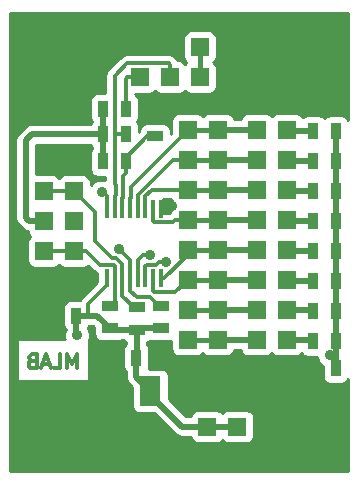
<source format=gbr>
G04 #@! TF.FileFunction,Copper,L2,Bot,Signal*
%FSLAX46Y46*%
G04 Gerber Fmt 4.6, Leading zero omitted, Abs format (unit mm)*
G04 Created by KiCad (PCBNEW 0.201505041002+5641~23~ubuntu14.04.1-product) date St 6. květen 2015, 01:30:27 CEST*
%MOMM*%
G01*
G04 APERTURE LIST*
%ADD10C,0.300000*%
%ADD11R,1.524000X1.524000*%
%ADD12R,0.889000X1.397000*%
%ADD13C,6.000000*%
%ADD14R,0.450000X1.500000*%
%ADD15R,1.397000X0.889000*%
%ADD16R,1.800860X2.499360*%
%ADD17C,0.889000*%
%ADD18C,0.500000*%
%ADD19C,0.400000*%
%ADD20C,0.254000*%
G04 APERTURE END LIST*
D10*
X6572000Y9617143D02*
X6572000Y10817143D01*
X6172000Y9960000D01*
X5772000Y10817143D01*
X5772000Y9617143D01*
X4629142Y9617143D02*
X5200571Y9617143D01*
X5200571Y10817143D01*
X4286285Y9960000D02*
X3714856Y9960000D01*
X4400570Y9617143D02*
X4000570Y10817143D01*
X3600570Y9617143D01*
X2800571Y10245714D02*
X2629142Y10188571D01*
X2571999Y10131429D01*
X2514856Y10017143D01*
X2514856Y9845714D01*
X2571999Y9731429D01*
X2629142Y9674286D01*
X2743428Y9617143D01*
X3200571Y9617143D01*
X3200571Y10817143D01*
X2800571Y10817143D01*
X2686285Y10760000D01*
X2629142Y10702857D01*
X2571999Y10588571D01*
X2571999Y10474286D01*
X2629142Y10360000D01*
X2686285Y10302857D01*
X2800571Y10245714D01*
X3200571Y10245714D01*
D11*
X20193000Y2159000D03*
X17653000Y2159000D03*
X20193000Y4699000D03*
X17653000Y4699000D03*
X20193000Y7239000D03*
X17653000Y7239000D03*
X21844000Y27305000D03*
X24384000Y27305000D03*
D12*
X11620500Y10541000D03*
X9715500Y10541000D03*
D13*
X25400000Y35560000D03*
D14*
X9155000Y23143000D03*
X9805000Y23143000D03*
X10455000Y23143000D03*
X11105000Y23143000D03*
X11755000Y23143000D03*
X12405000Y23143000D03*
X13055000Y23143000D03*
X13705000Y23143000D03*
X13705000Y17243000D03*
X13055000Y17243000D03*
X12405000Y17243000D03*
X11755000Y17243000D03*
X11105000Y17243000D03*
X10455000Y17243000D03*
X9805000Y17243000D03*
X9155000Y17243000D03*
D12*
X28511500Y11938000D03*
X26606500Y11938000D03*
X28511500Y14478000D03*
X26606500Y14478000D03*
X28511500Y17018000D03*
X26606500Y17018000D03*
X28511500Y19558000D03*
X26606500Y19558000D03*
X28511500Y22098000D03*
X26606500Y22098000D03*
X28511500Y24638000D03*
X26606500Y24638000D03*
X28511500Y27178000D03*
X26606500Y27178000D03*
X28511500Y29718000D03*
X26606500Y29718000D03*
D15*
X9398000Y13017500D03*
X9398000Y14922500D03*
X13716000Y13017500D03*
X13716000Y14922500D03*
X11684000Y12890500D03*
X11684000Y14795500D03*
X13208000Y29273500D03*
X13208000Y31178500D03*
D12*
X8826500Y27178000D03*
X10731500Y27178000D03*
X8826500Y29464000D03*
X10731500Y29464000D03*
X8826500Y31623000D03*
X10731500Y31623000D03*
D13*
X5080000Y35560000D03*
X25400000Y5080000D03*
X5080000Y5080000D03*
D11*
X16002000Y12065000D03*
X18542000Y12065000D03*
X16002000Y14605000D03*
X18542000Y14605000D03*
X16002000Y17145000D03*
X18542000Y17145000D03*
X16002000Y19685000D03*
X18542000Y19685000D03*
X16002000Y22225000D03*
X18542000Y22225000D03*
X16002000Y24765000D03*
X18542000Y24765000D03*
X16002000Y27305000D03*
X18542000Y27305000D03*
X16002000Y29845000D03*
X18542000Y29845000D03*
X21844000Y12065000D03*
X24384000Y12065000D03*
X21844000Y14605000D03*
X24384000Y14605000D03*
X21844000Y17145000D03*
X24384000Y17145000D03*
X21844000Y19685000D03*
X24384000Y19685000D03*
X21844000Y22225000D03*
X24384000Y22225000D03*
X21844000Y24765000D03*
X24384000Y24765000D03*
X21844000Y29845000D03*
X24384000Y29845000D03*
X17018000Y34290000D03*
X17018000Y36830000D03*
X6350000Y17018000D03*
X3810000Y17018000D03*
X6350000Y19558000D03*
X3810000Y19558000D03*
X6350000Y22098000D03*
X3810000Y22098000D03*
X6350000Y24638000D03*
X3810000Y24638000D03*
X6350000Y27178000D03*
X3810000Y27178000D03*
X14478000Y36830000D03*
X14478000Y34290000D03*
X11938000Y36830000D03*
X11938000Y34290000D03*
D16*
X12827000Y3716020D03*
X12827000Y7713980D03*
D12*
X28511500Y9652000D03*
X26606500Y9652000D03*
X6540500Y14097000D03*
X4635500Y14097000D03*
D17*
X28041606Y10718800D03*
X6604000Y12446000D03*
X14681199Y23406101D03*
X8686800Y24536400D03*
X10166020Y19766816D03*
X14152542Y18655114D03*
X12823585Y19245521D03*
D18*
X28486105Y10274301D02*
X28041606Y10718800D01*
X28511500Y10248906D02*
X28486105Y10274301D01*
X28511500Y9652000D02*
X28511500Y10248906D01*
X20193000Y4699000D02*
X17653000Y4699000D01*
X12827000Y7713980D02*
X12827000Y7364730D01*
X12827000Y7364730D02*
X15492730Y4699000D01*
X15492730Y4699000D02*
X16391000Y4699000D01*
X16391000Y4699000D02*
X17653000Y4699000D01*
X11620500Y10541000D02*
X11620500Y8920480D01*
X11620500Y8920480D02*
X12827000Y7713980D01*
X11684000Y12890500D02*
X11684000Y10604500D01*
X11684000Y10604500D02*
X11620500Y10541000D01*
X11811000Y13017500D02*
X11684000Y12890500D01*
X13716000Y13017500D02*
X11811000Y13017500D01*
X9525000Y12890500D02*
X9398000Y13017500D01*
X11684000Y12890500D02*
X9525000Y12890500D01*
X8318500Y14097000D02*
X9398000Y13017500D01*
D10*
X9155000Y16718000D02*
X7554902Y15117902D01*
X9155000Y17243000D02*
X9155000Y16718000D01*
X7554902Y15117902D02*
X7554902Y14097000D01*
D18*
X7554902Y14097000D02*
X8318500Y14097000D01*
X6540500Y14097000D02*
X7554902Y14097000D01*
X28712226Y9451274D02*
X28511500Y9652000D01*
X28511500Y9652000D02*
X28511500Y11938000D01*
X28511500Y14478000D02*
X28511500Y11938000D01*
X28511500Y14478000D02*
X28511500Y17018000D01*
X28511500Y17018000D02*
X28511500Y19558000D01*
X28511500Y19558000D02*
X28511500Y22098000D01*
X28511500Y22098000D02*
X28511500Y24638000D01*
X28511500Y24638000D02*
X28511500Y27178000D01*
X28511500Y29718000D02*
X28511500Y27178000D01*
X6540500Y12509500D02*
X6604000Y12446000D01*
X6540500Y14097000D02*
X6540500Y12509500D01*
X2548000Y22098000D02*
X2286000Y22360000D01*
X3810000Y22098000D02*
X2548000Y22098000D01*
X2286000Y22360000D02*
X2286000Y28956000D01*
X2794000Y29464000D02*
X8826500Y29464000D01*
X2286000Y28956000D02*
X2794000Y29464000D01*
X8826500Y29464000D02*
X8826500Y31623000D01*
X8826500Y29464000D02*
X8826500Y27178000D01*
D19*
X26606500Y9652000D02*
X26606500Y8553500D01*
X26606500Y8553500D02*
X25400000Y7347000D01*
X25400000Y7347000D02*
X25400000Y5080000D01*
D10*
X14418098Y23143000D02*
X14681199Y23406101D01*
X13705000Y23143000D02*
X14418098Y23143000D01*
X8811600Y24536400D02*
X8686800Y24536400D01*
X9155000Y24193000D02*
X8811600Y24536400D01*
X9155000Y23143000D02*
X9155000Y24193000D01*
X10731500Y34145500D02*
X10876000Y34290000D01*
X10876000Y34290000D02*
X11938000Y34290000D01*
X10731500Y31623000D02*
X10731500Y34145500D01*
X9805000Y23143000D02*
X9825999Y23163999D01*
X9921989Y25115793D02*
X9805000Y25232782D01*
X9825999Y24216201D02*
X9921989Y24312191D01*
X9805000Y25232782D02*
X9805000Y29504784D01*
X9825999Y23163999D02*
X9825999Y24216201D01*
X9921989Y24312191D02*
X9921989Y25115793D01*
X10852799Y35456001D02*
X9805000Y34408202D01*
X14373999Y35456001D02*
X10852799Y35456001D01*
X14478000Y35352000D02*
X14373999Y35456001D01*
X14478000Y34290000D02*
X14478000Y35352000D01*
X9845784Y29464000D02*
X9805000Y29504784D01*
X10731500Y29464000D02*
X9845784Y29464000D01*
X9805000Y34408202D02*
X9805000Y29504784D01*
X8572999Y18397001D02*
X7412000Y19558000D01*
X9700999Y18397001D02*
X8572999Y18397001D01*
X9805000Y17243000D02*
X9805000Y18293000D01*
X7412000Y19558000D02*
X6350000Y19558000D01*
X9805000Y18293000D02*
X9700999Y18397001D01*
X9805000Y15329500D02*
X9805000Y17243000D01*
X9398000Y14922500D02*
X9805000Y15329500D01*
X6350000Y19558000D02*
X3810000Y19558000D01*
X8128000Y22860000D02*
X6350000Y24638000D01*
X9562007Y18951011D02*
X8128000Y20385018D01*
X10455000Y18428690D02*
X9932679Y18951011D01*
X10455000Y17243000D02*
X10455000Y18428690D01*
X8128000Y20385018D02*
X8128000Y22860000D01*
X9932679Y18951011D02*
X9562007Y18951011D01*
X11430000Y14795500D02*
X11684000Y14795500D01*
X10455000Y15770500D02*
X11430000Y14795500D01*
X10455000Y17243000D02*
X10455000Y15770500D01*
X6350000Y24638000D02*
X3810000Y24638000D01*
X10610519Y19322317D02*
X10166020Y19766816D01*
X11105000Y18827836D02*
X10610519Y19322317D01*
X11105000Y17243000D02*
X11105000Y18827836D01*
X13539810Y14922500D02*
X13716000Y14922500D01*
X12818309Y15644001D02*
X13539810Y14922500D01*
X11653999Y15644001D02*
X12818309Y15644001D01*
X11105000Y16193000D02*
X11653999Y15644001D01*
X11105000Y17243000D02*
X11105000Y16193000D01*
D19*
X17018000Y34290000D02*
X17018000Y36830000D01*
D10*
X11105000Y23143000D02*
X11105000Y24021203D01*
X11151320Y24994320D02*
X16002000Y29845000D01*
X11151320Y24067523D02*
X11151320Y24994320D01*
X11105000Y24021203D02*
X11151320Y24067523D01*
D19*
X18542000Y29845000D02*
X16002000Y29845000D01*
D18*
X18542000Y29845000D02*
X21844000Y29845000D01*
X24511000Y29718000D02*
X24384000Y29845000D01*
X26606500Y29718000D02*
X24511000Y29718000D01*
D10*
X11755000Y23143000D02*
X11755000Y24328690D01*
X14940000Y27305000D02*
X16002000Y27305000D01*
X11755000Y24328690D02*
X14731310Y27305000D01*
X14731310Y27305000D02*
X14940000Y27305000D01*
D19*
X18542000Y27305000D02*
X16002000Y27305000D01*
D18*
X18542000Y27305000D02*
X21844000Y27305000D01*
X24511000Y27178000D02*
X24384000Y27305000D01*
X26606500Y27178000D02*
X24511000Y27178000D01*
D10*
X14940000Y24765000D02*
X16002000Y24765000D01*
X12977000Y24765000D02*
X14940000Y24765000D01*
X12405000Y23143000D02*
X12405000Y24193000D01*
X12405000Y24193000D02*
X12977000Y24765000D01*
D19*
X18542000Y24765000D02*
X16002000Y24765000D01*
D18*
X18542000Y24765000D02*
X21844000Y24765000D01*
X24511000Y24638000D02*
X24384000Y24765000D01*
X26606500Y24638000D02*
X24511000Y24638000D01*
D19*
X18542000Y22225000D02*
X16002000Y22225000D01*
D10*
X14940000Y22225000D02*
X16002000Y22225000D01*
X14703999Y21988999D02*
X14940000Y22225000D01*
X13159001Y21988999D02*
X14703999Y21988999D01*
X13055000Y22093000D02*
X13159001Y21988999D01*
X13055000Y23143000D02*
X13055000Y22093000D01*
D18*
X18542000Y22225000D02*
X21844000Y22225000D01*
X24511000Y22098000D02*
X24384000Y22225000D01*
X26606500Y22098000D02*
X24511000Y22098000D01*
D10*
X13984008Y17243000D02*
X16002000Y19260992D01*
X16002000Y19260992D02*
X16002000Y19685000D01*
X13705000Y17243000D02*
X13984008Y17243000D01*
D19*
X18542000Y19685000D02*
X16002000Y19685000D01*
D18*
X18542000Y19685000D02*
X21844000Y19685000D01*
X24511000Y19558000D02*
X24384000Y19685000D01*
X26606500Y19558000D02*
X24511000Y19558000D01*
D19*
X18542000Y17145000D02*
X16002000Y17145000D01*
D10*
X14945999Y16088999D02*
X16002000Y17145000D01*
X13156799Y16088999D02*
X14945999Y16088999D01*
X13055000Y16190798D02*
X13156799Y16088999D01*
X13055000Y17243000D02*
X13055000Y16190798D01*
D18*
X18542000Y17145000D02*
X21844000Y17145000D01*
X24511000Y17018000D02*
X24384000Y17145000D01*
X26606500Y17018000D02*
X24511000Y17018000D01*
D10*
X13523925Y18655114D02*
X14152542Y18655114D01*
X13265812Y18397001D02*
X13523925Y18655114D01*
X12405000Y18293000D02*
X12509001Y18397001D01*
X12405000Y17243000D02*
X12405000Y18293000D01*
X12509001Y18397001D02*
X13265812Y18397001D01*
D19*
X18542000Y14605000D02*
X16002000Y14605000D01*
D18*
X18542000Y14605000D02*
X21844000Y14605000D01*
X26479500Y14605000D02*
X26606500Y14478000D01*
X24384000Y14605000D02*
X26479500Y14605000D01*
D10*
X12194968Y19245521D02*
X12823585Y19245521D01*
X11755000Y17243000D02*
X11755000Y18805553D01*
X11755000Y18805553D02*
X12194968Y19245521D01*
D19*
X18542000Y12065000D02*
X16002000Y12065000D01*
D18*
X18542000Y12065000D02*
X21844000Y12065000D01*
X26479500Y12065000D02*
X26606500Y11938000D01*
X24384000Y12065000D02*
X26479500Y12065000D01*
D10*
X10490962Y25938962D02*
X10731500Y26179500D01*
X10490962Y24067523D02*
X10490962Y25938962D01*
X10731500Y26179500D02*
X10731500Y27178000D01*
X10455000Y24031561D02*
X10490962Y24067523D01*
X10455000Y23143000D02*
X10455000Y24031561D01*
X12573000Y29273500D02*
X13208000Y29273500D01*
X10731500Y27432000D02*
X12573000Y29273500D01*
X10731500Y27178000D02*
X10731500Y27432000D01*
D20*
G36*
X9020000Y25566909D02*
X8902468Y25615713D01*
X8473016Y25616087D01*
X8076111Y25452089D01*
X7772178Y25148686D01*
X7759440Y25118010D01*
X7759440Y25400000D01*
X7712463Y25642123D01*
X7572673Y25854927D01*
X7361640Y25997377D01*
X7112000Y26047440D01*
X5588000Y26047440D01*
X5345877Y26000463D01*
X5133073Y25860673D01*
X5080277Y25782459D01*
X5032673Y25854927D01*
X4821640Y25997377D01*
X4572000Y26047440D01*
X3171000Y26047440D01*
X3171000Y28579000D01*
X7770744Y28579000D01*
X7781537Y28523377D01*
X7915305Y28319740D01*
X7784623Y28126140D01*
X7734560Y27876500D01*
X7734560Y26479500D01*
X7781537Y26237377D01*
X7921327Y26024573D01*
X8132360Y25882123D01*
X8382000Y25832060D01*
X9020000Y25832060D01*
X9020000Y25566909D01*
X9020000Y25566909D01*
G37*
X9020000Y25566909D02*
X8902468Y25615713D01*
X8473016Y25616087D01*
X8076111Y25452089D01*
X7772178Y25148686D01*
X7759440Y25118010D01*
X7759440Y25400000D01*
X7712463Y25642123D01*
X7572673Y25854927D01*
X7361640Y25997377D01*
X7112000Y26047440D01*
X5588000Y26047440D01*
X5345877Y26000463D01*
X5133073Y25860673D01*
X5080277Y25782459D01*
X5032673Y25854927D01*
X4821640Y25997377D01*
X4572000Y26047440D01*
X3171000Y26047440D01*
X3171000Y28579000D01*
X7770744Y28579000D01*
X7781537Y28523377D01*
X7915305Y28319740D01*
X7784623Y28126140D01*
X7734560Y27876500D01*
X7734560Y26479500D01*
X7781537Y26237377D01*
X7921327Y26024573D01*
X8132360Y25882123D01*
X8382000Y25832060D01*
X9020000Y25832060D01*
X9020000Y25566909D01*
G36*
X14857541Y23495278D02*
X14785073Y23447673D01*
X14642623Y23236640D01*
X14592560Y22987000D01*
X14592560Y22918819D01*
X14384921Y22780079D01*
X14378841Y22773999D01*
X13927440Y22773999D01*
X13927440Y23893000D01*
X13910560Y23980000D01*
X14597022Y23980000D01*
X14639537Y23760877D01*
X14779327Y23548073D01*
X14857541Y23495278D01*
X14857541Y23495278D01*
G37*
X14857541Y23495278D02*
X14785073Y23447673D01*
X14642623Y23236640D01*
X14592560Y22987000D01*
X14592560Y22918819D01*
X14384921Y22780079D01*
X14378841Y22773999D01*
X13927440Y22773999D01*
X13927440Y23893000D01*
X13910560Y23980000D01*
X14597022Y23980000D01*
X14639537Y23760877D01*
X14779327Y23548073D01*
X14857541Y23495278D01*
G36*
X29541000Y939000D02*
X939000Y939000D01*
X939000Y39701000D01*
X29541000Y39701000D01*
X29541000Y30682162D01*
X29416673Y30871427D01*
X29205640Y31013877D01*
X28956000Y31063940D01*
X28067000Y31063940D01*
X27824877Y31016963D01*
X27612073Y30877173D01*
X27559277Y30798959D01*
X27511673Y30871427D01*
X27300640Y31013877D01*
X27051000Y31063940D01*
X26162000Y31063940D01*
X25919877Y31016963D01*
X25721717Y30886794D01*
X25606673Y31061927D01*
X25395640Y31204377D01*
X25146000Y31254440D01*
X23622000Y31254440D01*
X23379877Y31207463D01*
X23167073Y31067673D01*
X23114277Y30989459D01*
X23066673Y31061927D01*
X22855640Y31204377D01*
X22606000Y31254440D01*
X21082000Y31254440D01*
X20839877Y31207463D01*
X20627073Y31067673D01*
X20484623Y30856640D01*
X20459226Y30730000D01*
X19927575Y30730000D01*
X19904463Y30849123D01*
X19764673Y31061927D01*
X19553640Y31204377D01*
X19304000Y31254440D01*
X17780000Y31254440D01*
X17537877Y31207463D01*
X17325073Y31067673D01*
X17272277Y30989459D01*
X17224673Y31061927D01*
X17013640Y31204377D01*
X16764000Y31254440D01*
X15240000Y31254440D01*
X14997877Y31207463D01*
X14785073Y31067673D01*
X14642623Y30856640D01*
X14592560Y30607000D01*
X14592560Y29545718D01*
X14553940Y29507098D01*
X14553940Y29718000D01*
X14506963Y29960123D01*
X14367173Y30172927D01*
X14156140Y30315377D01*
X13906500Y30365440D01*
X12509500Y30365440D01*
X12267377Y30318463D01*
X12054573Y30178673D01*
X11912123Y29967640D01*
X11862060Y29718000D01*
X11862060Y29672718D01*
X11823440Y29634098D01*
X11823440Y30162500D01*
X11776463Y30404623D01*
X11684974Y30543897D01*
X11773377Y30674860D01*
X11823440Y30924500D01*
X11823440Y32321500D01*
X11776463Y32563623D01*
X11636673Y32776427D01*
X11516500Y32857545D01*
X11516500Y32880560D01*
X12700000Y32880560D01*
X12942123Y32927537D01*
X13154927Y33067327D01*
X13207722Y33145542D01*
X13255327Y33073073D01*
X13466360Y32930623D01*
X13716000Y32880560D01*
X15240000Y32880560D01*
X15482123Y32927537D01*
X15694927Y33067327D01*
X15747722Y33145542D01*
X15795327Y33073073D01*
X16006360Y32930623D01*
X16256000Y32880560D01*
X17780000Y32880560D01*
X18022123Y32927537D01*
X18234927Y33067327D01*
X18377377Y33278360D01*
X18427440Y33528000D01*
X18427440Y35052000D01*
X18380463Y35294123D01*
X18240673Y35506927D01*
X18162458Y35559723D01*
X18234927Y35607327D01*
X18377377Y35818360D01*
X18427440Y36068000D01*
X18427440Y37592000D01*
X18380463Y37834123D01*
X18240673Y38046927D01*
X18029640Y38189377D01*
X17780000Y38239440D01*
X16256000Y38239440D01*
X16013877Y38192463D01*
X15801073Y38052673D01*
X15658623Y37841640D01*
X15608560Y37592000D01*
X15608560Y36068000D01*
X15655537Y35825877D01*
X15795327Y35613073D01*
X15873541Y35560278D01*
X15801073Y35512673D01*
X15748277Y35434459D01*
X15700673Y35506927D01*
X15489640Y35649377D01*
X15240000Y35699440D01*
X15171818Y35699440D01*
X15033079Y35907079D01*
X14929078Y36011080D01*
X14674406Y36181246D01*
X14373999Y36241001D01*
X10852804Y36241001D01*
X10852799Y36241002D01*
X10552393Y36181246D01*
X10297720Y36011080D01*
X9249921Y34963281D01*
X9079755Y34708609D01*
X9020000Y34408202D01*
X9020000Y32968940D01*
X8382000Y32968940D01*
X8139877Y32921963D01*
X7927073Y32782173D01*
X7784623Y32571140D01*
X7734560Y32321500D01*
X7734560Y30924500D01*
X7781537Y30682377D01*
X7873025Y30543104D01*
X7784623Y30412140D01*
X7771960Y30349000D01*
X2794000Y30349000D01*
X2455325Y30281633D01*
X2168210Y30089790D01*
X2168207Y30089787D01*
X1660210Y29581790D01*
X1468367Y29294675D01*
X1457189Y29238485D01*
X1400999Y28956000D01*
X1401000Y28955994D01*
X1401000Y22360006D01*
X1400999Y22360000D01*
X1457189Y22077516D01*
X1468367Y22021325D01*
X1660210Y21734210D01*
X1922207Y21472214D01*
X1922210Y21472210D01*
X1922211Y21472210D01*
X2209325Y21280367D01*
X2209326Y21280367D01*
X2265515Y21269190D01*
X2419463Y21238568D01*
X2419464Y21238567D01*
X2447537Y21093877D01*
X2587327Y20881073D01*
X2665541Y20828278D01*
X2593073Y20780673D01*
X2450623Y20569640D01*
X2400560Y20320000D01*
X2400560Y18796000D01*
X2447537Y18553877D01*
X2587327Y18341073D01*
X2798360Y18198623D01*
X3048000Y18148560D01*
X4572000Y18148560D01*
X4814123Y18195537D01*
X5026927Y18335327D01*
X5079722Y18413542D01*
X5127327Y18341073D01*
X5338360Y18198623D01*
X5588000Y18148560D01*
X7112000Y18148560D01*
X7354123Y18195537D01*
X7541330Y18318513D01*
X8017917Y17841926D01*
X8017920Y17841922D01*
X8017921Y17841922D01*
X8272593Y17671756D01*
X8282560Y17669774D01*
X8282560Y16955718D01*
X6999823Y15672981D01*
X6846114Y15442940D01*
X6096000Y15442940D01*
X5853877Y15395963D01*
X5641073Y15256173D01*
X5498623Y15045140D01*
X5448560Y14795500D01*
X5448560Y13398500D01*
X5495537Y13156377D01*
X5635327Y12943573D01*
X5640339Y12940190D01*
X5524687Y12661668D01*
X5524313Y12232216D01*
X5585141Y12085000D01*
X1501286Y12085000D01*
X1501286Y8535000D01*
X7642715Y8535000D01*
X7642715Y12085000D01*
X7622965Y12085000D01*
X7683313Y12230332D01*
X7683687Y12659784D01*
X7519867Y13056256D01*
X7582377Y13148860D01*
X7595039Y13212000D01*
X7951920Y13212000D01*
X8052060Y13111860D01*
X8052060Y12573000D01*
X8099037Y12330877D01*
X8238827Y12118073D01*
X8449860Y11975623D01*
X8699500Y11925560D01*
X10096500Y11925560D01*
X10338623Y11972537D01*
X10388802Y12005500D01*
X10515349Y12005500D01*
X10524827Y11991073D01*
X10735860Y11848623D01*
X10799000Y11835961D01*
X10799000Y11751363D01*
X10721073Y11700173D01*
X10578623Y11489140D01*
X10528560Y11239500D01*
X10528560Y9842500D01*
X10575537Y9600377D01*
X10715327Y9387573D01*
X10735500Y9373956D01*
X10735500Y8920486D01*
X10735499Y8920480D01*
X10791689Y8637996D01*
X10802867Y8581805D01*
X10994710Y8294690D01*
X11279130Y8010270D01*
X11279130Y6464300D01*
X11326107Y6222177D01*
X11465897Y6009373D01*
X11676930Y5866923D01*
X11926570Y5816860D01*
X13123290Y5816860D01*
X14866937Y4073214D01*
X14866940Y4073210D01*
X14866941Y4073210D01*
X15058784Y3945025D01*
X15154055Y3881367D01*
X15154056Y3881366D01*
X15492730Y3813999D01*
X15492730Y3814000D01*
X15492735Y3814000D01*
X16267424Y3814000D01*
X16290537Y3694877D01*
X16430327Y3482073D01*
X16641360Y3339623D01*
X16891000Y3289560D01*
X18415000Y3289560D01*
X18657123Y3336537D01*
X18869927Y3476327D01*
X18922722Y3554542D01*
X18970327Y3482073D01*
X19181360Y3339623D01*
X19431000Y3289560D01*
X20955000Y3289560D01*
X21197123Y3336537D01*
X21409927Y3476327D01*
X21552377Y3687360D01*
X21602440Y3937000D01*
X21602440Y5461000D01*
X21555463Y5703123D01*
X21415673Y5915927D01*
X21204640Y6058377D01*
X20955000Y6108440D01*
X19431000Y6108440D01*
X19188877Y6061463D01*
X18976073Y5921673D01*
X18923277Y5843459D01*
X18875673Y5915927D01*
X18664640Y6058377D01*
X18415000Y6108440D01*
X16891000Y6108440D01*
X16648877Y6061463D01*
X16436073Y5921673D01*
X16293623Y5710640D01*
X16268226Y5584000D01*
X15859309Y5584000D01*
X14374870Y7068439D01*
X14374870Y8963660D01*
X14327893Y9205783D01*
X14188103Y9418587D01*
X13977070Y9561037D01*
X13727430Y9611100D01*
X12666034Y9611100D01*
X12712440Y9842500D01*
X12712440Y11239500D01*
X12665463Y11481623D01*
X12569000Y11628469D01*
X12569000Y11834745D01*
X12624623Y11845537D01*
X12809838Y11967205D01*
X13017500Y11925560D01*
X14414500Y11925560D01*
X14592560Y11960108D01*
X14592560Y11303000D01*
X14639537Y11060877D01*
X14779327Y10848073D01*
X14990360Y10705623D01*
X15240000Y10655560D01*
X16764000Y10655560D01*
X17006123Y10702537D01*
X17218927Y10842327D01*
X17271722Y10920542D01*
X17319327Y10848073D01*
X17530360Y10705623D01*
X17780000Y10655560D01*
X19304000Y10655560D01*
X19546123Y10702537D01*
X19758927Y10842327D01*
X19901377Y11053360D01*
X19926773Y11180000D01*
X20458424Y11180000D01*
X20481537Y11060877D01*
X20621327Y10848073D01*
X20832360Y10705623D01*
X21082000Y10655560D01*
X22606000Y10655560D01*
X22848123Y10702537D01*
X23060927Y10842327D01*
X23113722Y10920542D01*
X23161327Y10848073D01*
X23372360Y10705623D01*
X23622000Y10655560D01*
X25146000Y10655560D01*
X25388123Y10702537D01*
X25600927Y10842327D01*
X25632582Y10889224D01*
X25701327Y10784573D01*
X25912360Y10642123D01*
X26162000Y10592060D01*
X26961994Y10592060D01*
X26961919Y10505016D01*
X27125917Y10108111D01*
X27419560Y9813955D01*
X27419560Y8953500D01*
X27466537Y8711377D01*
X27606327Y8498573D01*
X27817360Y8356123D01*
X28067000Y8306060D01*
X28956000Y8306060D01*
X29198123Y8353037D01*
X29410927Y8492827D01*
X29541000Y8685525D01*
X29541000Y939000D01*
X29541000Y939000D01*
G37*
X29541000Y939000D02*
X939000Y939000D01*
X939000Y39701000D01*
X29541000Y39701000D01*
X29541000Y30682162D01*
X29416673Y30871427D01*
X29205640Y31013877D01*
X28956000Y31063940D01*
X28067000Y31063940D01*
X27824877Y31016963D01*
X27612073Y30877173D01*
X27559277Y30798959D01*
X27511673Y30871427D01*
X27300640Y31013877D01*
X27051000Y31063940D01*
X26162000Y31063940D01*
X25919877Y31016963D01*
X25721717Y30886794D01*
X25606673Y31061927D01*
X25395640Y31204377D01*
X25146000Y31254440D01*
X23622000Y31254440D01*
X23379877Y31207463D01*
X23167073Y31067673D01*
X23114277Y30989459D01*
X23066673Y31061927D01*
X22855640Y31204377D01*
X22606000Y31254440D01*
X21082000Y31254440D01*
X20839877Y31207463D01*
X20627073Y31067673D01*
X20484623Y30856640D01*
X20459226Y30730000D01*
X19927575Y30730000D01*
X19904463Y30849123D01*
X19764673Y31061927D01*
X19553640Y31204377D01*
X19304000Y31254440D01*
X17780000Y31254440D01*
X17537877Y31207463D01*
X17325073Y31067673D01*
X17272277Y30989459D01*
X17224673Y31061927D01*
X17013640Y31204377D01*
X16764000Y31254440D01*
X15240000Y31254440D01*
X14997877Y31207463D01*
X14785073Y31067673D01*
X14642623Y30856640D01*
X14592560Y30607000D01*
X14592560Y29545718D01*
X14553940Y29507098D01*
X14553940Y29718000D01*
X14506963Y29960123D01*
X14367173Y30172927D01*
X14156140Y30315377D01*
X13906500Y30365440D01*
X12509500Y30365440D01*
X12267377Y30318463D01*
X12054573Y30178673D01*
X11912123Y29967640D01*
X11862060Y29718000D01*
X11862060Y29672718D01*
X11823440Y29634098D01*
X11823440Y30162500D01*
X11776463Y30404623D01*
X11684974Y30543897D01*
X11773377Y30674860D01*
X11823440Y30924500D01*
X11823440Y32321500D01*
X11776463Y32563623D01*
X11636673Y32776427D01*
X11516500Y32857545D01*
X11516500Y32880560D01*
X12700000Y32880560D01*
X12942123Y32927537D01*
X13154927Y33067327D01*
X13207722Y33145542D01*
X13255327Y33073073D01*
X13466360Y32930623D01*
X13716000Y32880560D01*
X15240000Y32880560D01*
X15482123Y32927537D01*
X15694927Y33067327D01*
X15747722Y33145542D01*
X15795327Y33073073D01*
X16006360Y32930623D01*
X16256000Y32880560D01*
X17780000Y32880560D01*
X18022123Y32927537D01*
X18234927Y33067327D01*
X18377377Y33278360D01*
X18427440Y33528000D01*
X18427440Y35052000D01*
X18380463Y35294123D01*
X18240673Y35506927D01*
X18162458Y35559723D01*
X18234927Y35607327D01*
X18377377Y35818360D01*
X18427440Y36068000D01*
X18427440Y37592000D01*
X18380463Y37834123D01*
X18240673Y38046927D01*
X18029640Y38189377D01*
X17780000Y38239440D01*
X16256000Y38239440D01*
X16013877Y38192463D01*
X15801073Y38052673D01*
X15658623Y37841640D01*
X15608560Y37592000D01*
X15608560Y36068000D01*
X15655537Y35825877D01*
X15795327Y35613073D01*
X15873541Y35560278D01*
X15801073Y35512673D01*
X15748277Y35434459D01*
X15700673Y35506927D01*
X15489640Y35649377D01*
X15240000Y35699440D01*
X15171818Y35699440D01*
X15033079Y35907079D01*
X14929078Y36011080D01*
X14674406Y36181246D01*
X14373999Y36241001D01*
X10852804Y36241001D01*
X10852799Y36241002D01*
X10552393Y36181246D01*
X10297720Y36011080D01*
X9249921Y34963281D01*
X9079755Y34708609D01*
X9020000Y34408202D01*
X9020000Y32968940D01*
X8382000Y32968940D01*
X8139877Y32921963D01*
X7927073Y32782173D01*
X7784623Y32571140D01*
X7734560Y32321500D01*
X7734560Y30924500D01*
X7781537Y30682377D01*
X7873025Y30543104D01*
X7784623Y30412140D01*
X7771960Y30349000D01*
X2794000Y30349000D01*
X2455325Y30281633D01*
X2168210Y30089790D01*
X2168207Y30089787D01*
X1660210Y29581790D01*
X1468367Y29294675D01*
X1457189Y29238485D01*
X1400999Y28956000D01*
X1401000Y28955994D01*
X1401000Y22360006D01*
X1400999Y22360000D01*
X1457189Y22077516D01*
X1468367Y22021325D01*
X1660210Y21734210D01*
X1922207Y21472214D01*
X1922210Y21472210D01*
X1922211Y21472210D01*
X2209325Y21280367D01*
X2209326Y21280367D01*
X2265515Y21269190D01*
X2419463Y21238568D01*
X2419464Y21238567D01*
X2447537Y21093877D01*
X2587327Y20881073D01*
X2665541Y20828278D01*
X2593073Y20780673D01*
X2450623Y20569640D01*
X2400560Y20320000D01*
X2400560Y18796000D01*
X2447537Y18553877D01*
X2587327Y18341073D01*
X2798360Y18198623D01*
X3048000Y18148560D01*
X4572000Y18148560D01*
X4814123Y18195537D01*
X5026927Y18335327D01*
X5079722Y18413542D01*
X5127327Y18341073D01*
X5338360Y18198623D01*
X5588000Y18148560D01*
X7112000Y18148560D01*
X7354123Y18195537D01*
X7541330Y18318513D01*
X8017917Y17841926D01*
X8017920Y17841922D01*
X8017921Y17841922D01*
X8272593Y17671756D01*
X8282560Y17669774D01*
X8282560Y16955718D01*
X6999823Y15672981D01*
X6846114Y15442940D01*
X6096000Y15442940D01*
X5853877Y15395963D01*
X5641073Y15256173D01*
X5498623Y15045140D01*
X5448560Y14795500D01*
X5448560Y13398500D01*
X5495537Y13156377D01*
X5635327Y12943573D01*
X5640339Y12940190D01*
X5524687Y12661668D01*
X5524313Y12232216D01*
X5585141Y12085000D01*
X1501286Y12085000D01*
X1501286Y8535000D01*
X7642715Y8535000D01*
X7642715Y12085000D01*
X7622965Y12085000D01*
X7683313Y12230332D01*
X7683687Y12659784D01*
X7519867Y13056256D01*
X7582377Y13148860D01*
X7595039Y13212000D01*
X7951920Y13212000D01*
X8052060Y13111860D01*
X8052060Y12573000D01*
X8099037Y12330877D01*
X8238827Y12118073D01*
X8449860Y11975623D01*
X8699500Y11925560D01*
X10096500Y11925560D01*
X10338623Y11972537D01*
X10388802Y12005500D01*
X10515349Y12005500D01*
X10524827Y11991073D01*
X10735860Y11848623D01*
X10799000Y11835961D01*
X10799000Y11751363D01*
X10721073Y11700173D01*
X10578623Y11489140D01*
X10528560Y11239500D01*
X10528560Y9842500D01*
X10575537Y9600377D01*
X10715327Y9387573D01*
X10735500Y9373956D01*
X10735500Y8920486D01*
X10735499Y8920480D01*
X10791689Y8637996D01*
X10802867Y8581805D01*
X10994710Y8294690D01*
X11279130Y8010270D01*
X11279130Y6464300D01*
X11326107Y6222177D01*
X11465897Y6009373D01*
X11676930Y5866923D01*
X11926570Y5816860D01*
X13123290Y5816860D01*
X14866937Y4073214D01*
X14866940Y4073210D01*
X14866941Y4073210D01*
X15058784Y3945025D01*
X15154055Y3881367D01*
X15154056Y3881366D01*
X15492730Y3813999D01*
X15492730Y3814000D01*
X15492735Y3814000D01*
X16267424Y3814000D01*
X16290537Y3694877D01*
X16430327Y3482073D01*
X16641360Y3339623D01*
X16891000Y3289560D01*
X18415000Y3289560D01*
X18657123Y3336537D01*
X18869927Y3476327D01*
X18922722Y3554542D01*
X18970327Y3482073D01*
X19181360Y3339623D01*
X19431000Y3289560D01*
X20955000Y3289560D01*
X21197123Y3336537D01*
X21409927Y3476327D01*
X21552377Y3687360D01*
X21602440Y3937000D01*
X21602440Y5461000D01*
X21555463Y5703123D01*
X21415673Y5915927D01*
X21204640Y6058377D01*
X20955000Y6108440D01*
X19431000Y6108440D01*
X19188877Y6061463D01*
X18976073Y5921673D01*
X18923277Y5843459D01*
X18875673Y5915927D01*
X18664640Y6058377D01*
X18415000Y6108440D01*
X16891000Y6108440D01*
X16648877Y6061463D01*
X16436073Y5921673D01*
X16293623Y5710640D01*
X16268226Y5584000D01*
X15859309Y5584000D01*
X14374870Y7068439D01*
X14374870Y8963660D01*
X14327893Y9205783D01*
X14188103Y9418587D01*
X13977070Y9561037D01*
X13727430Y9611100D01*
X12666034Y9611100D01*
X12712440Y9842500D01*
X12712440Y11239500D01*
X12665463Y11481623D01*
X12569000Y11628469D01*
X12569000Y11834745D01*
X12624623Y11845537D01*
X12809838Y11967205D01*
X13017500Y11925560D01*
X14414500Y11925560D01*
X14592560Y11960108D01*
X14592560Y11303000D01*
X14639537Y11060877D01*
X14779327Y10848073D01*
X14990360Y10705623D01*
X15240000Y10655560D01*
X16764000Y10655560D01*
X17006123Y10702537D01*
X17218927Y10842327D01*
X17271722Y10920542D01*
X17319327Y10848073D01*
X17530360Y10705623D01*
X17780000Y10655560D01*
X19304000Y10655560D01*
X19546123Y10702537D01*
X19758927Y10842327D01*
X19901377Y11053360D01*
X19926773Y11180000D01*
X20458424Y11180000D01*
X20481537Y11060877D01*
X20621327Y10848073D01*
X20832360Y10705623D01*
X21082000Y10655560D01*
X22606000Y10655560D01*
X22848123Y10702537D01*
X23060927Y10842327D01*
X23113722Y10920542D01*
X23161327Y10848073D01*
X23372360Y10705623D01*
X23622000Y10655560D01*
X25146000Y10655560D01*
X25388123Y10702537D01*
X25600927Y10842327D01*
X25632582Y10889224D01*
X25701327Y10784573D01*
X25912360Y10642123D01*
X26162000Y10592060D01*
X26961994Y10592060D01*
X26961919Y10505016D01*
X27125917Y10108111D01*
X27419560Y9813955D01*
X27419560Y8953500D01*
X27466537Y8711377D01*
X27606327Y8498573D01*
X27817360Y8356123D01*
X28067000Y8306060D01*
X28956000Y8306060D01*
X29198123Y8353037D01*
X29410927Y8492827D01*
X29541000Y8685525D01*
X29541000Y939000D01*
M02*

</source>
